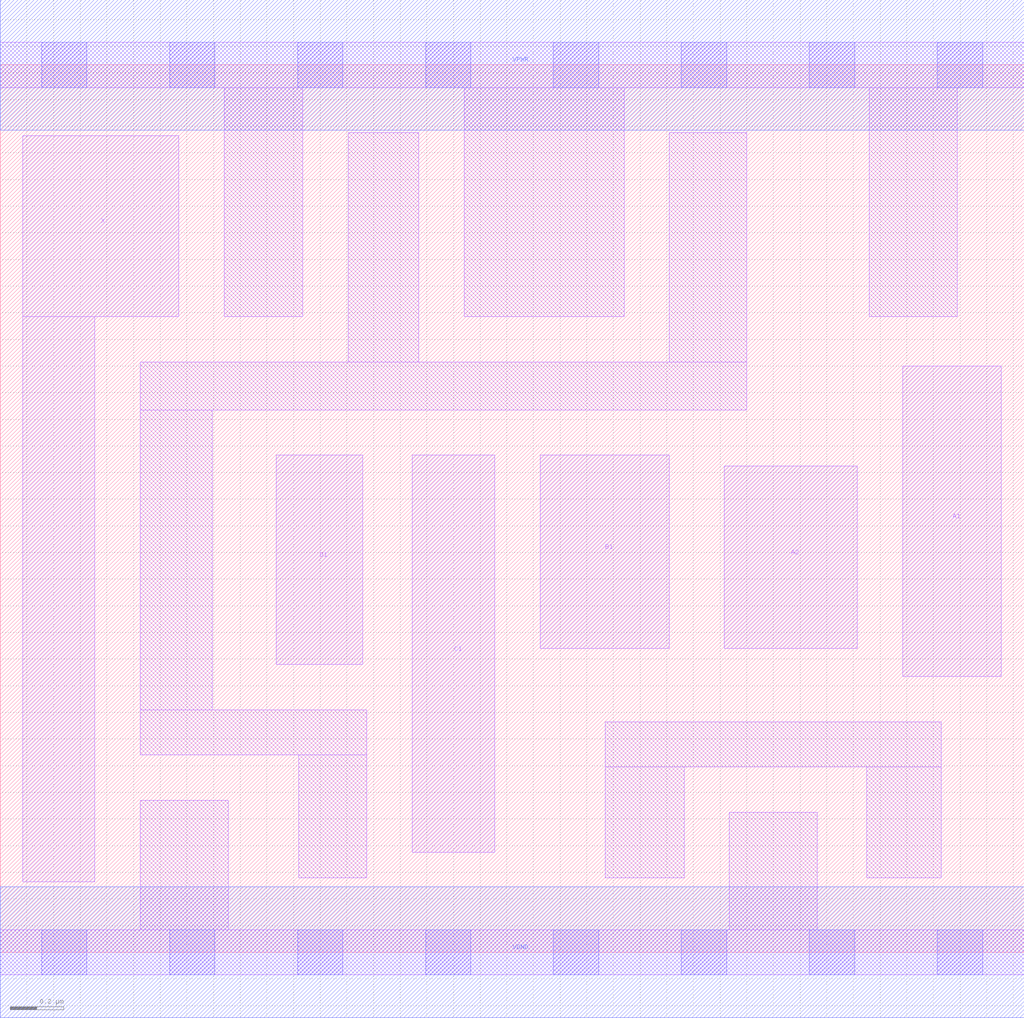
<source format=lef>
# Copyright 2020 The SkyWater PDK Authors
#
# Licensed under the Apache License, Version 2.0 (the "License");
# you may not use this file except in compliance with the License.
# You may obtain a copy of the License at
#
#     https://www.apache.org/licenses/LICENSE-2.0
#
# Unless required by applicable law or agreed to in writing, software
# distributed under the License is distributed on an "AS IS" BASIS,
# WITHOUT WARRANTIES OR CONDITIONS OF ANY KIND, either express or implied.
# See the License for the specific language governing permissions and
# limitations under the License.
#
# SPDX-License-Identifier: Apache-2.0

VERSION 5.7 ;
  NAMESCASESENSITIVE ON ;
  NOWIREEXTENSIONATPIN ON ;
  DIVIDERCHAR "/" ;
  BUSBITCHARS "[]" ;
UNITS
  DATABASE MICRONS 200 ;
END UNITS
MACRO sky130_fd_sc_lp__o2111a_0
  CLASS CORE ;
  FOREIGN sky130_fd_sc_lp__o2111a_0 ;
  ORIGIN  0.000000  0.000000 ;
  SIZE  3.840000 BY  3.330000 ;
  SYMMETRY X Y R90 ;
  SITE unit ;
  PIN A1
    ANTENNAGATEAREA  0.159000 ;
    DIRECTION INPUT ;
    USE SIGNAL ;
    PORT
      LAYER li1 ;
        RECT 3.385000 1.035000 3.755000 2.200000 ;
    END
  END A1
  PIN A2
    ANTENNAGATEAREA  0.159000 ;
    DIRECTION INPUT ;
    USE SIGNAL ;
    PORT
      LAYER li1 ;
        RECT 2.715000 1.140000 3.215000 1.825000 ;
    END
  END A2
  PIN B1
    ANTENNAGATEAREA  0.159000 ;
    DIRECTION INPUT ;
    USE SIGNAL ;
    PORT
      LAYER li1 ;
        RECT 2.025000 1.140000 2.510000 1.865000 ;
    END
  END B1
  PIN C1
    ANTENNAGATEAREA  0.159000 ;
    DIRECTION INPUT ;
    USE SIGNAL ;
    PORT
      LAYER li1 ;
        RECT 1.545000 0.375000 1.855000 1.865000 ;
    END
  END C1
  PIN D1
    ANTENNAGATEAREA  0.159000 ;
    DIRECTION INPUT ;
    USE SIGNAL ;
    PORT
      LAYER li1 ;
        RECT 1.035000 1.080000 1.360000 1.865000 ;
    END
  END D1
  PIN X
    ANTENNADIFFAREA  0.280900 ;
    DIRECTION OUTPUT ;
    USE SIGNAL ;
    PORT
      LAYER li1 ;
        RECT 0.085000 0.265000 0.355000 2.385000 ;
        RECT 0.085000 2.385000 0.670000 3.065000 ;
    END
  END X
  PIN VGND
    DIRECTION INOUT ;
    USE GROUND ;
    PORT
      LAYER met1 ;
        RECT 0.000000 -0.245000 3.840000 0.245000 ;
    END
  END VGND
  PIN VPWR
    DIRECTION INOUT ;
    USE POWER ;
    PORT
      LAYER met1 ;
        RECT 0.000000 3.085000 3.840000 3.575000 ;
    END
  END VPWR
  OBS
    LAYER li1 ;
      RECT 0.000000 -0.085000 3.840000 0.085000 ;
      RECT 0.000000  3.245000 3.840000 3.415000 ;
      RECT 0.525000  0.085000 0.855000 0.570000 ;
      RECT 0.525000  0.740000 1.375000 0.910000 ;
      RECT 0.525000  0.910000 0.795000 2.035000 ;
      RECT 0.525000  2.035000 2.800000 2.215000 ;
      RECT 0.840000  2.385000 1.135000 3.245000 ;
      RECT 1.120000  0.280000 1.375000 0.740000 ;
      RECT 1.305000  2.215000 1.570000 3.075000 ;
      RECT 1.740000  2.385000 2.340000 3.245000 ;
      RECT 2.270000  0.280000 2.565000 0.695000 ;
      RECT 2.270000  0.695000 3.530000 0.865000 ;
      RECT 2.510000  2.215000 2.800000 3.075000 ;
      RECT 2.735000  0.085000 3.065000 0.525000 ;
      RECT 3.250000  0.280000 3.530000 0.695000 ;
      RECT 3.260000  2.385000 3.590000 3.245000 ;
    LAYER mcon ;
      RECT 0.155000 -0.085000 0.325000 0.085000 ;
      RECT 0.155000  3.245000 0.325000 3.415000 ;
      RECT 0.635000 -0.085000 0.805000 0.085000 ;
      RECT 0.635000  3.245000 0.805000 3.415000 ;
      RECT 1.115000 -0.085000 1.285000 0.085000 ;
      RECT 1.115000  3.245000 1.285000 3.415000 ;
      RECT 1.595000 -0.085000 1.765000 0.085000 ;
      RECT 1.595000  3.245000 1.765000 3.415000 ;
      RECT 2.075000 -0.085000 2.245000 0.085000 ;
      RECT 2.075000  3.245000 2.245000 3.415000 ;
      RECT 2.555000 -0.085000 2.725000 0.085000 ;
      RECT 2.555000  3.245000 2.725000 3.415000 ;
      RECT 3.035000 -0.085000 3.205000 0.085000 ;
      RECT 3.035000  3.245000 3.205000 3.415000 ;
      RECT 3.515000 -0.085000 3.685000 0.085000 ;
      RECT 3.515000  3.245000 3.685000 3.415000 ;
  END
END sky130_fd_sc_lp__o2111a_0
END LIBRARY

</source>
